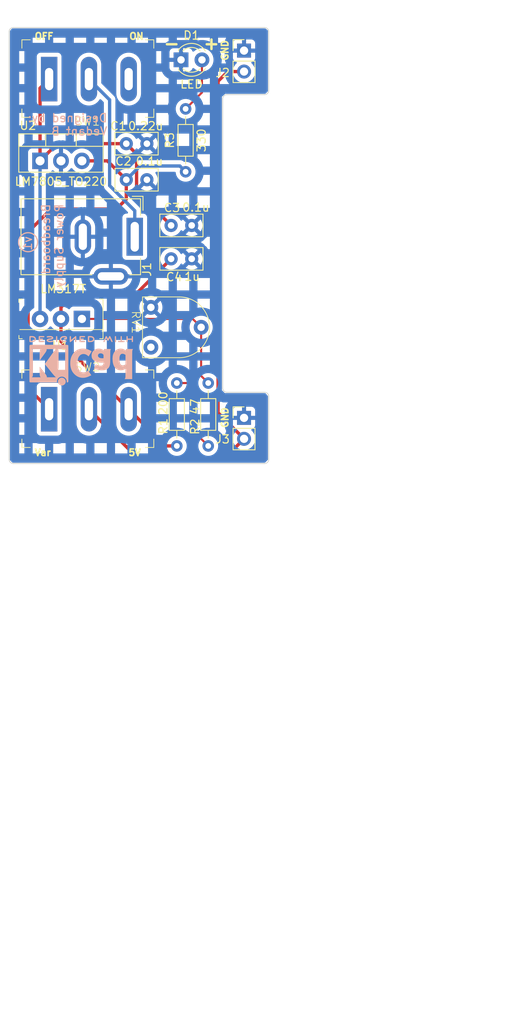
<source format=kicad_pcb>
(kicad_pcb (version 20221018) (generator pcbnew)
  (layers (0 "F.Cu" signal) (31 "B.Cu" signal) (34 "B.Paste" user) (35 "F.Paste" user) (36 "B.SilkS" user "B.Silkscreen") (37 "F.SilkS" user "F.Silkscreen") (38 "B.Mask" user) (39 "F.Mask" user) (44 "Edge.Cuts" user))
  (net 0 "")
  (net 1 "/12V")
  (net 2 "GND")
  (net 3 "/5V")
  (net 4 "/Vin")
  (net 5 "/Var")
  (net 6 "Net-(D1-A)")
  (net 7 "/Vout")
  (net 8 "Net-(R1-Pad2)")
  (net 9 "Net-(U1-ADJ)")
  (footprint "Resistor_THT:R_Axial_DIN0204_L3.6mm_D1.6mm_P7.62mm_Horizontal" (layer "F.Cu") (at 123.468 122.3228 90)
    (fp_text reference "R1" (at 2.384 -1.6496 90) (layer "F.SilkS"))
    (fp_text value "200" (at 5.178 -1.6496 90) (layer "F.SilkS"))
    (pad "1" thru_hole circle (at 0 0 90) (size 1.4 1.4) (drill 0.7) (layers "*.Cu" "*.Mask") (net 5 "/Var"))
    (pad "2" thru_hole oval (at 7.62 0 90) (size 1.4 1.4) (drill 0.7) (layers "*.Cu" "*.Mask") (net 8 "Net-(R1-Pad2)"))
  )
  (footprint "Connector_PinHeader_2.54mm:PinHeader_1x02_P2.54mm_Vertical" (layer "F.Cu") (at 131.6228 118.9228)
    (fp_text reference "J3" (at -2.5908 2.5908) (layer "F.SilkS"))
    (fp_text value "Conn_01x02_Pin")
    (pad "1" thru_hole rect locked (at 0 0) (size 1.7 1.7) (drill 1) (layers "*.Cu" "*.Mask") (net 2 "GND"))
    (pad "2" thru_hole oval locked (at 0 2.54) (size 1.7 1.7) (drill 1) (layers "*.Cu" "*.Mask") (net 7 "/Vout"))
  )
  (footprint "Resistor_THT:R_Axial_DIN0204_L3.6mm_D1.6mm_P7.62mm_Horizontal" (layer "F.Cu") (at 127.278 122.3228 90)
    (fp_text reference "R2" (at 2.3332 -1.5988 90) (layer "F.SilkS"))
    (fp_text value "47" (at 4.7716 -1.5988 90) (layer "F.SilkS"))
    (pad "1" thru_hole circle (at 0 0 90) (size 1.4 1.4) (drill 0.7) (layers "*.Cu" "*.Mask") (net 8 "Net-(R1-Pad2)"))
    (pad "2" thru_hole oval (at 7.62 0 90) (size 1.4 1.4) (drill 0.7) (layers "*.Cu" "*.Mask") (net 9 "Net-(U1-ADJ)"))
  )
  (footprint "vedants-components:blue-trimmer-potentiometer" (layer "F.Cu") (at 131.6246 109.22 -90)
    (fp_text reference "RV1" (at -1.8796 13.1082 -90 unlocked) (layer "F.SilkS") (effects (font (thickness 0.1))))
    (fp_text value "R_Potentiometer")
    (pad "1" thru_hole circle (at -3.683 11.303 270) (size 1.8 1.8) (drill 0.9) (layers "*.Cu" "*.Mask") (net 2 "GND"))
    (pad "2" thru_hole circle (at -1.27 5.207 270) (size 1.8 1.8) (drill 0.9) (layers "*.Cu" "*.Mask") (net 9 "Net-(U1-ADJ)"))
    (pad "3" thru_hole circle (at 1.143 11.303 270) (size 1.8 1.8) (drill 0.9) (layers "*.Cu" "*.Mask"))
  )
  (footprint "Package_TO_SOT_THT:TO-220-3_Vertical" (layer "F.Cu") (at 106.874 87.7824)
    (fp_text reference "U2" (at -1.464 -4.2672) (layer "F.SilkS"))
    (fp_text value "LM7805_TO220" (at 2.54 2.5) (layer "F.SilkS"))
    (pad "1" thru_hole rect locked (at 0 0) (size 1.905 2) (drill 1.1) (layers "*.Cu" "*.Mask") (net 1 "/12V"))
    (pad "2" thru_hole oval locked (at 2.54 0) (size 1.905 2) (drill 1.1) (layers "*.Cu" "*.Mask") (net 2 "GND"))
    (pad "3" thru_hole oval locked (at 5.08 0) (size 1.905 2) (drill 1.1) (layers "*.Cu" "*.Mask") (net 3 "/5V"))
  )
  (footprint "Connector_BarrelJack:BarrelJack_GCT_DCJ200-10-A_Horizontal" (layer "F.Cu") (at 118.364 96.9772 -90)
    (fp_text reference "J1" (at 3.9624 -1.4732 90) (layer "F.SilkS"))
    (fp_text value "Barrel_Jack_Switch")
    (pad "1" thru_hole rect locked (at 0 0 270) (size 4.6 2) (drill oval 3.6 1) (layers "*.Cu" "*.Mask") (net 4 "/Vin"))
    (pad "2" thru_hole oval locked (at 0 6.3 270) (size 4.2 2) (drill oval 3.2 1) (layers "*.Cu" "*.Mask") (net 2 "GND"))
    (pad "3" thru_hole oval locked (at 4.8 2.9 270) (size 2 4.2) (drill oval 1 3.2) (layers "*.Cu" "*.Mask") (net 2 "GND"))
  )
  (footprint "Capacitor_THT:C_Disc_D5.0mm_W2.5mm_P2.50mm" (layer "F.Cu") (at 117.3372 90.0684)
    (fp_text reference "C2" (at -0.3448 -2.2352) (layer "F.SilkS"))
    (fp_text value "0.1u" (at 2.8048 -2.2352) (layer "F.SilkS"))
    (pad "1" thru_hole circle (at 0 0) (size 1.6 1.6) (drill 0.8) (layers "*.Cu" "*.Mask") (net 3 "/5V"))
    (pad "2" thru_hole circle (at 2.5 0) (size 1.6 1.6) (drill 0.8) (layers "*.Cu" "*.Mask") (net 2 "GND"))
  )
  (footprint "digikey-footprints:TO-220-3" (layer "F.Cu") (at 111.954 106.934 180)
    (fp_text reference "U1" (at 2.62 -3.22) (layer "F.SilkS"))
    (fp_text value "LM317T" (at 2.27 3.63) (layer "F.SilkS"))
    (pad "1" thru_hole rect locked (at 0 0 180) (size 2 2) (drill 1) (layers "*.Cu" "*.Mask") (net 9 "Net-(U1-ADJ)"))
    (pad "2" thru_hole circle locked (at 2.54 0 180) (size 2 2) (drill 1) (layers "*.Cu" "*.Mask") (net 5 "/Var"))
    (pad "3" thru_hole circle locked (at 5.08 0 180) (size 2 2) (drill 1) (layers "*.Cu" "*.Mask") (net 1 "/12V"))
  )
  (footprint "Resistor_THT:R_Axial_DIN0204_L3.6mm_D1.6mm_P7.62mm_Horizontal" (layer "F.Cu") (at 124.5348 89.1032 90)
    (fp_text reference "R3" (at 3.81 -1.92 90) (layer "F.SilkS"))
    (fp_text value "330" (at 3.81 1.92 90) (layer "F.SilkS"))
    (pad "1" thru_hole circle (at 0 0 90) (size 1.4 1.4) (drill 0.7) (layers "*.Cu" "*.Mask") (net 3 "/5V"))
    (pad "2" thru_hole oval (at 7.62 0 90) (size 1.4 1.4) (drill 0.7) (layers "*.Cu" "*.Mask") (net 6 "Net-(D1-A)"))
  )
  (footprint "vedants-components:large-red-toggle-switch-SPDT" (layer "F.Cu") (at 112.8 68.5401)
    (fp_text reference "SW1" (at -0.1764 14.4671 unlocked) (layer "F.SilkS") (effects (font (thickness 0.1))))
    (fp_text value "SW_SPDT")
    (pad "1" thru_hole rect locked (at -4.826 9.3345) (size 2 5.4) (drill oval 1 2.7) (layers "*.Cu" "*.Mask") (net 1 "/12V"))
    (pad "2" thru_hole oval locked (at 0 9.3345) (size 2 5.4) (drill oval 1 2.7) (layers "*.Cu" "*.Mask") (net 4 "/Vin"))
    (pad "3" thru_hole oval locked (at 4.826 9.3345) (size 2 5.4) (drill oval 1 2.7) (layers "*.Cu" "*.Mask"))
  )
  (footprint "Connector_PinHeader_2.54mm:PinHeader_1x02_P2.54mm_Vertical" (layer "F.Cu") (at 131.6228 74.422)
    (fp_text reference "J2" (at -2.5908 2.6924) (layer "F.SilkS"))
    (fp_text value "Conn_01x02_Pin")
    (pad "1" thru_hole rect locked (at 0 0) (size 1.7 1.7) (drill 1) (layers "*.Cu" "*.Mask") (net 2 "GND"))
    (pad "2" thru_hole oval locked (at 0 2.54) (size 1.7 1.7) (drill 1) (layers "*.Cu" "*.Mask") (net 7 "/Vout"))
  )
  (footprint "Capacitor_THT:C_Disc_D5.0mm_W2.5mm_P2.50mm" (layer "F.Cu") (at 122.7728 99.6556)
    (fp_text reference "C4" (at 0.3664 2.1984) (layer "F.SilkS"))
    (fp_text value "1u" (at 2.5508 2.1476) (layer "F.SilkS"))
    (pad "1" thru_hole circle (at 0 0) (size 1.6 1.6) (drill 0.8) (layers "*.Cu" "*.Mask") (net 5 "/Var"))
    (pad "2" thru_hole circle (at 2.5 0) (size 1.6 1.6) (drill 0.8) (layers "*.Cu" "*.Mask") (net 2 "GND"))
  )
  (footprint "Capacitor_THT:C_Disc_D5.0mm_W2.5mm_P2.50mm" (layer "F.Cu") (at 117.3372 85.6996)
    (fp_text reference "C1" (at -0.9544 -2.1336) (layer "F.SilkS"))
    (fp_text value "0.22u" (at 2.3476 -2.1336) (layer "F.SilkS"))
    (pad "1" thru_hole circle (at 0 0) (size 1.6 1.6) (drill 0.8) (layers "*.Cu" "*.Mask") (net 1 "/12V"))
    (pad "2" thru_hole circle (at 2.5 0) (size 1.6 1.6) (drill 0.8) (layers "*.Cu" "*.Mask") (net 2 "GND"))
  )
  (footprint "Capacitor_THT:C_Disc_D5.0mm_W2.5mm_P2.50mm" (layer "F.Cu") (at 122.7728 95.6056)
    (fp_text reference "C3" (at 0.1124 -2.1336) (layer "F.SilkS"))
    (fp_text value "0.1u" (at 3.008 -2.1844) (layer "F.SilkS"))
    (pad "1" thru_hole circle (at 0 0) (size 1.6 1.6) (drill 0.8) (layers "*.Cu" "*.Mask") (net 1 "/12V"))
    (pad "2" thru_hole circle (at 2.5 0) (size 1.6 1.6) (drill 0.8) (layers "*.Cu" "*.Mask") (net 2 "GND"))
  )
  (footprint "vedants-components:large-red-toggle-switch-SPDT" (layer "F.Cu") (at 112.8 108.5408)
    (fp_text reference "SW2" (at -0.1764 4.2352 unlocked) (layer "F.SilkS") (effects (font (thickness 0.1))))
    (fp_text value "SW_SPDT")
    (pad "1" thru_hole rect locked (at -4.826 9.3345) (size 2 5.4) (drill oval 1 2.7) (layers "*.Cu" "*.Mask") (net 3 "/5V"))
    (pad "2" thru_hole oval locked (at 0 9.3345) (size 2 5.4) (drill oval 1 2.7) (layers "*.Cu" "*.Mask") (net 7 "/Vout"))
    (pad "3" thru_hole oval locked (at 4.826 9.3345) (size 2 5.4) (drill oval 1 2.7) (layers "*.Cu" "*.Mask") (net 5 "/Var"))
  )
  (footprint "LED_THT:LED_D3.0mm" (layer "F.Cu") (at 123.976 75.5396)
    (fp_text reference "D1" (at 1.27 -2.96) (layer "F.SilkS"))
    (fp_text value "LED" (at 1.27 2.96) (layer "F.SilkS"))
    (pad "1" thru_hole rect (at 0 0) (size 1.8 1.8) (drill 0.9) (layers "*.Cu" "*.Mask") (net 2 "GND"))
    (pad "2" thru_hole circle (at 2.54 0) (size 1.8 1.8) (drill 0.9) (layers "*.Cu" "*.Mask") (net 6 "Net-(D1-A)"))
  )
  (footprint "Symbol:KiCad-Logo2_5mm_SilkScreen" (layer "B.Cu") (at 111.8616 112.014)
    (fp_text reference "REF**" hide)
    (fp_text value "KiCad-Logo2_5mm_SilkScreen" hide)
  )
  (gr_circle (center 105.426685 97.6376) (end 106.188685 98.5012) (stroke (width 0.15)) (fill none) (layer "B.SilkS"))
  (gr_arc (start 103.632 124.46) (mid 103.27279 124.31121) (end 103.124 123.952) (stroke (width 0.1)) (layer "Edge.Cuts"))
  (gr_arc (start 129.54 115.824) (mid 129.18079 115.67521) (end 129.032 115.316) (stroke (width 0.1)) (layer "Edge.Cuts"))
  (gr_line (start 134.112 79.756) (end 129.54 79.756) (stroke (width 0.1)) (layer "Edge.Cuts"))
  (gr_arc (start 134.112 71.628) (mid 134.47121 71.77679) (end 134.62 72.136) (stroke (width 0.1)) (layer "Edge.Cuts"))
  (gr_arc (start 134.62 79.248) (mid 134.47121 79.60721) (end 134.112 79.756) (stroke (width 0.1)) (layer "Edge.Cuts"))
  (gr_line (start 134.62 116.332) (end 134.62 123.952) (stroke (width 0.1)) (layer "Edge.Cuts"))
  (gr_line (start 129.54 115.824) (end 134.112 115.824) (stroke (width 0.1)) (layer "Edge.Cuts"))
  (gr_arc (start 134.62 123.952) (mid 134.47121 124.31121) (end 134.112 124.46) (stroke (width 0.1)) (layer "Edge.Cuts"))
  (gr_line (start 103.632 71.628) (end 134.112 71.628) (stroke (width 0.1)) (layer "Edge.Cuts"))
  (gr_line (start 103.124 123.952) (end 103.124 72.136) (stroke (width 0.1)) (layer "Edge.Cuts"))
  (gr_arc (start 134.112 115.824) (mid 134.47121 115.97279) (end 134.62 116.332) (stroke (width 0.1)) (layer "Edge.Cuts"))
  (gr_line (start 129.032 80.264) (end 129.032 115.316) (stroke (width 0.1)) (layer "Edge.Cuts"))
  (gr_arc (start 129.032 80.264) (mid 129.18079 79.90479) (end 129.54 79.756) (stroke (width 0.1)) (layer "Edge.Cuts"))
  (gr_line (start 134.62 72.136) (end 134.62 79.248) (stroke (width 0.1)) (layer "Edge.Cuts"))
  (gr_line (start 134.112 124.46) (end 103.632 124.46) (stroke (width 0.1)) (layer "Edge.Cuts"))
  (gr_arc (start 103.124 72.136) (mid 103.27279 71.77679) (end 103.632 71.628) (stroke (width 0.1)) (layer "Edge.Cuts"))
  (gr_text "Breadboard\nPower Supply" (at 109.7788 92.9132 90) (layer "B.SilkS") (effects (font (size 1 1)) (justify left bottom mirror)))
  (gr_text "Designed by:\nVedant B" (at 115.1128 84.7852) (layer "B.SilkS") (effects (font (size 1 1)) (justify left bottom mirror)))
  (gr_text "v1" (at 105.9688 96.8248 90) (layer "B.SilkS") (effects (font (size 1 1)) (justify left bottom mirror)))
  (gr_text "Var" (at 106.1212 123.5964) (layer "F.SilkS") (effects (font (size 0.8 0.8) (thickness 0.2) bold) (justify left bottom)))
  (gr_text "5V" (at 117.5004 123.5964) (layer "F.SilkS") (effects (font (size 0.8 0.8) (thickness 0.2) bold) (justify left bottom)))
  (gr_text "-" (at 121.7168 74.422) (layer "F.SilkS") (effects (font (size 1.5 1.5) (thickness 0.3) bold) (justify left bottom)))
  (gr_text "OFF" (at 106.1212 73.152) (layer "F.SilkS") (effects (font (size 0.8 0.8) (thickness 0.2) bold) (justify left bottom)))
  (gr_text "GND" (at 129.776143 120.2436 90) (layer "F.SilkS") (effects (font (size 0.8 0.8) (thickness 0.2) bold) (justify left bottom)))
  (gr_text "+" (at 126.5428 74.422) (layer "F.SilkS") (effects (font (size 1.5 1.5) (thickness 0.3) bold) (justify left bottom)))
  (gr_text "ON" (at 117.602 73.152) (layer "F.SilkS") (effects (font (size 0.8 0.8) (thickness 0.2) bold) (justify left bottom)))
  (gr_text "GND" (at 129.776143 75.7428 90) (layer "F.SilkS") (effects (font (size 0.8 0.8) (thickness 0.2) bold) (justify left bottom)))
  (segment (start 106.874 78.9746) (end 107.974 77.8746) (width 0.4) (layer "F.Cu") (net 1))
  (segment (start 118.5872 86.9496) (end 117.3372 85.6996) (width 0.4) (layer "F.Cu") (net 1))
  (segment (start 118.5872 91.42) (end 118.5872 86.9496) (width 0.4) (layer "F.Cu") (net 1))
  (segment (start 122.7728 95.6056) (end 118.5872 91.42) (width 0.4) (layer "F.Cu") (net 1))
  (segment (start 106.874 87.7824) (end 106.874 78.9746) (width 0.4) (layer "F.Cu") (net 1))
  (segment (start 117.3372 85.6996) (end 108.9568 85.6996) (width 0.4) (layer "F.Cu") (net 1))
  (segment (start 108.9568 85.6996) (end 106.874 87.7824) (width 0.4) (layer "F.Cu") (net 1))
  (segment (start 106.874 106.934) (end 106.874 87.7824) (width 0.4) (layer "B.Cu") (net 1))
  (segment (start 115.0512 87.7824) (end 117.3372 90.0684) (width 0.4) (layer "F.Cu") (net 3))
  (segment (start 105.424 115.3253) (end 105.424 96.4044) (width 0.4) (layer "F.Cu") (net 3))
  (segment (start 115.9764 93.7768) (end 117.3372 92.416) (width 0.4) (layer "F.Cu") (net 3))
  (segment (start 115.824 93.6244) (end 115.9764 93.7768) (width 0.4) (layer "F.Cu") (net 3))
  (segment (start 108.204 93.6244) (end 115.824 93.6244) (width 0.4) (layer "F.Cu") (net 3))
  (segment (start 117.3372 92.416) (end 117.3372 90.0684) (width 0.4) (layer "F.Cu") (net 3))
  (segment (start 107.974 117.8753) (end 105.424 115.3253) (width 0.4) (layer "F.Cu") (net 3))
  (segment (start 111.954 87.7824) (end 115.0512 87.7824) (width 0.4) (layer "F.Cu") (net 3))
  (segment (start 105.424 96.4044) (end 108.204 93.6244) (width 0.4) (layer "F.Cu") (net 3))
  (segment (start 119.0024 88.4032) (end 117.3372 90.0684) (width 0.4) (layer "B.Cu") (net 3))
  (segment (start 123.8348 88.4032) (end 119.0024 88.4032) (width 0.4) (layer "B.Cu") (net 3))
  (segment (start 124.5348 89.1032) (end 123.8348 88.4032) (width 0.4) (layer "B.Cu") (net 3))
  (segment (start 115.316 80.3906) (end 115.316 90.7796) (width 0.4) (layer "B.Cu") (net 4))
  (segment (start 118.364 93.8276) (end 118.364 96.9772) (width 0.4) (layer "B.Cu") (net 4))
  (segment (start 112.8 77.8746) (end 115.316 80.3906) (width 0.4) (layer "B.Cu") (net 4))
  (segment (start 115.316 90.7796) (end 118.364 93.8276) (width 0.4) (layer "B.Cu") (net 4))
  (segment (start 110.793787 104.14) (end 118.2884 104.14) (width 0.4) (layer "F.Cu") (net 5))
  (segment (start 109.414 105.519787) (end 110.793787 104.14) (width 0.4) (layer "F.Cu") (net 5))
  (segment (start 109.414 106.934) (end 109.414 105.519787) (width 0.4) (layer "F.Cu") (net 5))
  (segment (start 122.0735 122.3228) (end 117.626 117.8753) (width 0.4) (layer "F.Cu") (net 5))
  (segment (start 123.468 122.3228) (end 122.0735 122.3228) (width 0.4) (layer "F.Cu") (net 5))
  (segment (start 109.414 106.934) (end 109.414 109.6633) (width 0.4) (layer "F.Cu") (net 5))
  (segment (start 118.2884 104.14) (end 122.7728 99.6556) (width 0.4) (layer "F.Cu") (net 5))
  (segment (start 109.414 109.6633) (end 117.626 117.8753) (width 0.4) (layer "F.Cu") (net 5))
  (segment (start 117.626 117.8753) (end 117.626 115.5524) (width 0.4) (layer "B.Cu") (net 5))
  (segment (start 126.516 79.502) (end 124.5348 81.4832) (width 0.25) (layer "F.Cu") (net 6))
  (segment (start 126.516 75.5396) (end 126.516 79.502) (width 0.25) (layer "F.Cu") (net 6))
  (segment (start 112.8 117.8753) (end 118.6735 123.7488) (width 0.4) (layer "F.Cu") (net 7))
  (segment (start 129.3368 123.7488) (end 131.6228 121.4628) (width 0.4) (layer "F.Cu") (net 7))
  (segment (start 118.6735 123.7488) (end 129.3368 123.7488) (width 0.4) (layer "F.Cu") (net 7))
  (segment (start 129.6416 76.962) (end 128.4732 78.1304) (width 0.4) (layer "F.Cu") (net 7))
  (segment (start 128.4732 78.1304) (end 128.4732 118.3132) (width 0.4) (layer "F.Cu") (net 7))
  (segment (start 128.4732 118.3132) (end 131.6228 121.4628) (width 0.4) (layer "F.Cu") (net 7))
  (segment (start 131.6228 76.962) (end 129.6416 76.962) (width 0.4) (layer "F.Cu") (net 7))
  (segment (start 125.3744 115.2144) (end 124.8628 114.7028) (width 0.25) (layer "F.Cu") (net 8))
  (segment (start 127.278 122.3228) (end 125.3744 120.4192) (width 0.25) (layer "F.Cu") (net 8))
  (segment (start 124.8628 114.7028) (end 123.468 114.7028) (width 0.25) (layer "F.Cu") (net 8))
  (segment (start 125.3744 120.4192) (end 125.3744 115.2144) (width 0.25) (layer "F.Cu") (net 8))
  (segment (start 126.4176 107.95) (end 126.4176 113.8424) (width 0.25) (layer "F.Cu") (net 9))
  (segment (start 111.954 106.934) (end 125.4016 106.934) (width 0.25) (layer "F.Cu") (net 9))
  (segment (start 126.4176 113.8424) (end 127.278 114.7028) (width 0.25) (layer "F.Cu") (net 9))
  (segment (start 125.4016 106.934) (end 126.4176 107.95) (width 0.25) (layer "F.Cu") (net 9))
  (zone (net 2) (net_name "GND") (layer "B.Cu") (connect_pads (clearance 0.5)) (min_thickness 0.25) (fill yes (mode hatch) (thermal_gap 0.5) (thermal_bridge_width 0.5) (hatch_thickness 1) (hatch_gap 1.5) (hatch_orientation 0) (hatch_border_algorithm hatch_thickness) (hatch_min_hole_area 0.3))
    (polygon (pts (xy 103.4796 71.7296) (xy 134.2136 71.7296) (xy 134.5184 71.9836) (xy 134.5184 79.3496) (xy 134.2136 79.6544) (xy 129.3368 79.6544) (xy 128.9304 80.01) (xy 128.9304 115.57) (xy 129.286 115.9256) (xy 134.2136 115.9256) (xy 134.5184 116.2812) (xy 134.5184 124.0028) (xy 134.1628 124.3584) (xy 103.5304 124.3584) (xy 103.2256 124.0536) (xy 103.2256 72.0344)))
  )
)
</source>
